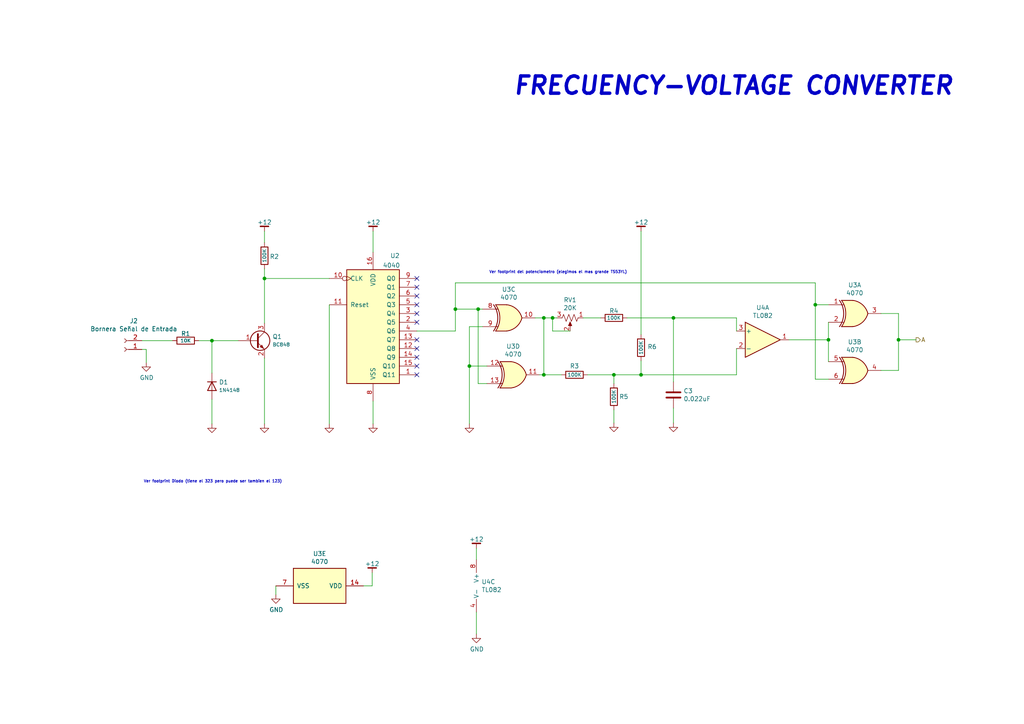
<source format=kicad_sch>
(kicad_sch (version 20211123) (generator eeschema)
  (paper "A4")
  (lib_symbols
    (symbol "4xxx:4040" (pin_names (offset 1.016))
      (property "Reference" "U" (at -7.62 16.51 0))
      (property "Value" "4xxx_4040" (at -7.62 -19.05 0))
      (symbol "4040_1_0"
        (pin output line (at 12.7 -15.24 180) (length 5.08) (name "Q11") (number "1"))
        (pin input inverted_clock (at -12.7 12.7 0) (length 5.08) (name "CLK") (number "10"))
        (pin input line (at -12.7 5.08 0) (length 5.08) (name "Reset") (number "11"))
        (pin output line (at 12.7 -7.62 180) (length 5.08) (name "Q8") (number "12"))
        (pin output line (at 12.7 -5.08 180) (length 5.08) (name "Q7") (number "13"))
        (pin output line (at 12.7 -10.16 180) (length 5.08) (name "Q9") (number "14"))
        (pin output line (at 12.7 -12.7 180) (length 5.08) (name "Q10") (number "15"))
        (pin power_in line (at 0 20.32 270) (length 5.08) (name "VDD") (number "16"))
        (pin output line (at 12.7 0 180) (length 5.08) (name "Q5") (number "2"))
        (pin output line (at 12.7 2.54 180) (length 5.08) (name "Q4") (number "3"))
        (pin output line (at 12.7 -2.54 180) (length 5.08) (name "Q6") (number "4"))
        (pin output line (at 12.7 5.08 180) (length 5.08) (name "Q3") (number "5"))
        (pin output line (at 12.7 7.62 180) (length 5.08) (name "Q2") (number "6"))
        (pin output line (at 12.7 10.16 180) (length 5.08) (name "Q1") (number "7"))
        (pin power_in line (at 0 -22.86 90) (length 5.08) (name "VSS") (number "8"))
        (pin output line (at 12.7 12.7 180) (length 5.08) (name "Q0") (number "9"))
      )
      (symbol "4040_1_1"
        (rectangle (start -7.62 15.24) (end 7.62 -17.78) (stroke (width 0.254)) (fill (type background)))
      )
    )
    (symbol "4xxx:4070" (pin_names (offset 1.016))
      (property "Reference" "U" (at 0 1.27 0))
      (property "Value" "4xxx_4070" (at 0 -1.27 0))
      (symbol "4070_1_0"
        (arc (start -4.4196 -3.81) (mid -3.2033 0) (end -4.4196 3.81) (stroke (width 0.254)))
        (arc (start -3.81 -3.81) (mid -2.589 0) (end -3.81 3.81) (stroke (width 0.254)))
        (arc (start -0.6096 -3.81) (mid 2.1855 -2.584) (end 3.81 0) (stroke (width 0.254)) (fill (type background)))
        (polyline (pts (xy -3.81 -3.81) (xy -0.635 -3.81)) (stroke (width 0.254)) (fill (type background)))
        (polyline (pts (xy -3.81 3.81) (xy -0.635 3.81)) (stroke (width 0.254)) (fill (type background)))
        (polyline (pts (xy -0.635 3.81) (xy -3.81 3.81) (xy -3.81 3.81) (xy -3.556 3.4036) (xy -3.0226 2.2606) (xy -2.6924 1.0414) (xy -2.6162 -0.254) (xy -2.7686 -1.4986) (xy -3.175 -2.7178) (xy -3.81 -3.81) (xy -3.81 -3.81) (xy -0.635 -3.81)) (stroke (width -25.4)) (fill (type background)))
        (arc (start 3.81 0) (mid 2.1928 2.5925) (end -0.6096 3.81) (stroke (width 0.254)) (fill (type background)))
        (pin input line (at -7.62 2.54 0) (length 4.445) (name "~") (number "1"))
        (pin input line (at -7.62 -2.54 0) (length 4.445) (name "~") (number "2"))
        (pin output line (at 7.62 0 180) (length 3.81) (name "~") (number "3"))
      )
      (symbol "4070_1_1"
        (polyline (pts (xy -3.81 -2.54) (xy -3.175 -2.54)) (stroke (width 0.1524)))
        (polyline (pts (xy -3.81 2.54) (xy -3.175 2.54)) (stroke (width 0.1524)))
      )
      (symbol "4070_2_0"
        (arc (start -4.4196 -3.81) (mid -3.2033 0) (end -4.4196 3.81) (stroke (width 0.254)))
        (arc (start -3.81 -3.81) (mid -2.589 0) (end -3.81 3.81) (stroke (width 0.254)))
        (arc (start -0.6096 -3.81) (mid 2.1855 -2.584) (end 3.81 0) (stroke (width 0.254)) (fill (type background)))
        (polyline (pts (xy -3.81 -3.81) (xy -0.635 -3.81)) (stroke (width 0.254)) (fill (type background)))
        (polyline (pts (xy -3.81 3.81) (xy -0.635 3.81)) (stroke (width 0.254)) (fill (type background)))
        (polyline (pts (xy -0.635 3.81) (xy -3.81 3.81) (xy -3.81 3.81) (xy -3.556 3.4036) (xy -3.0226 2.2606) (xy -2.6924 1.0414) (xy -2.6162 -0.254) (xy -2.7686 -1.4986) (xy -3.175 -2.7178) (xy -3.81 -3.81) (xy -3.81 -3.81) (xy -0.635 -3.81)) (stroke (width -25.4)) (fill (type background)))
        (arc (start 3.81 0) (mid 2.1928 2.5925) (end -0.6096 3.81) (stroke (width 0.254)) (fill (type background)))
        (pin output line (at 7.62 0 180) (length 3.81) (name "~") (number "4"))
        (pin input line (at -7.62 2.54 0) (length 4.445) (name "~") (number "5"))
        (pin input line (at -7.62 -2.54 0) (length 4.445) (name "~") (number "6"))
      )
      (symbol "4070_2_1"
        (polyline (pts (xy -3.81 -2.54) (xy -3.175 -2.54)) (stroke (width 0.1524)))
        (polyline (pts (xy -3.81 2.54) (xy -3.175 2.54)) (stroke (width 0.1524)))
      )
      (symbol "4070_3_0"
        (arc (start -4.4196 -3.81) (mid -3.2033 0) (end -4.4196 3.81) (stroke (width 0.254)))
        (arc (start -3.81 -3.81) (mid -2.589 0) (end -3.81 3.81) (stroke (width 0.254)))
        (arc (start -0.6096 -3.81) (mid 2.1855 -2.584) (end 3.81 0) (stroke (width 0.254)) (fill (type background)))
        (polyline (pts (xy -3.81 -3.81) (xy -0.635 -3.81)) (stroke (width 0.254)) (fill (type background)))
        (polyline (pts (xy -3.81 3.81) (xy -0.635 3.81)) (stroke (width 0.254)) (fill (type background)))
        (polyline (pts (xy -0.635 3.81) (xy -3.81 3.81) (xy -3.81 3.81) (xy -3.556 3.4036) (xy -3.0226 2.2606) (xy -2.6924 1.0414) (xy -2.6162 -0.254) (xy -2.7686 -1.4986) (xy -3.175 -2.7178) (xy -3.81 -3.81) (xy -3.81 -3.81) (xy -0.635 -3.81)) (stroke (width -25.4)) (fill (type background)))
        (arc (start 3.81 0) (mid 2.1928 2.5925) (end -0.6096 3.81) (stroke (width 0.254)) (fill (type background)))
        (pin output line (at 7.62 0 180) (length 3.81) (name "~") (number "10"))
        (pin input line (at -7.62 2.54 0) (length 4.445) (name "~") (number "8"))
        (pin input line (at -7.62 -2.54 0) (length 4.445) (name "~") (number "9"))
      )
      (symbol "4070_3_1"
        (polyline (pts (xy -3.81 -2.54) (xy -3.175 -2.54)) (stroke (width 0.1524)))
        (polyline (pts (xy -3.81 2.54) (xy -3.175 2.54)) (stroke (width 0.1524)))
      )
      (symbol "4070_4_0"
        (arc (start -4.4196 -3.81) (mid -3.2033 0) (end -4.4196 3.81) (stroke (width 0.254)))
        (arc (start -3.81 -3.81) (mid -2.589 0) (end -3.81 3.81) (stroke (width 0.254)))
        (arc (start -0.6096 -3.81) (mid 2.1855 -2.584) (end 3.81 0) (stroke (width 0.254)) (fill (type background)))
        (polyline (pts (xy -3.81 -3.81) (xy -0.635 -3.81)) (stroke (width 0.254)) (fill (type background)))
        (polyline (pts (xy -3.81 3.81) (xy -0.635 3.81)) (stroke (width 0.254)) (fill (type background)))
        (polyline (pts (xy -0.635 3.81) (xy -3.81 3.81) (xy -3.81 3.81) (xy -3.556 3.4036) (xy -3.0226 2.2606) (xy -2.6924 1.0414) (xy -2.6162 -0.254) (xy -2.7686 -1.4986) (xy -3.175 -2.7178) (xy -3.81 -3.81) (xy -3.81 -3.81) (xy -0.635 -3.81)) (stroke (width -25.4)) (fill (type background)))
        (arc (start 3.81 0) (mid 2.1928 2.5925) (end -0.6096 3.81) (stroke (width 0.254)) (fill (type background)))
        (pin output line (at 7.62 0 180) (length 3.81) (name "~") (number "11"))
        (pin input line (at -7.62 2.54 0) (length 4.445) (name "~") (number "12"))
        (pin input line (at -7.62 -2.54 0) (length 4.445) (name "~") (number "13"))
      )
      (symbol "4070_4_1"
        (polyline (pts (xy -3.81 -2.54) (xy -3.175 -2.54)) (stroke (width 0.1524)))
        (polyline (pts (xy -3.81 2.54) (xy -3.175 2.54)) (stroke (width 0.1524)))
      )
      (symbol "4070_5_0"
        (pin power_in line (at 0 12.7 270) (length 5.08) (name "VDD") (number "14"))
        (pin power_in line (at 0 -12.7 90) (length 5.08) (name "VSS") (number "7"))
      )
      (symbol "4070_5_1"
        (rectangle (start -5.08 7.62) (end 5.08 -7.62) (stroke (width 0.254)) (fill (type background)))
      )
    )
    (symbol "Amplifier_Operational:TL082" (pin_names (offset 0.127))
      (property "Reference" "U" (at 0 5.08 0))
      (property "Value" "Amplifier_Operational_TL082" (at 0 -5.08 0))
      (symbol "TL082_1_1"
        (polyline (pts (xy -5.08 5.08) (xy 5.08 0) (xy -5.08 -5.08) (xy -5.08 5.08)) (stroke (width 0.254)) (fill (type background)))
        (pin output line (at 7.62 0 180) (length 2.54) (name "~") (number "1"))
        (pin input line (at -7.62 -2.54 0) (length 2.54) (name "-") (number "2"))
        (pin input line (at -7.62 2.54 0) (length 2.54) (name "+") (number "3"))
      )
      (symbol "TL082_2_1"
        (polyline (pts (xy -5.08 5.08) (xy 5.08 0) (xy -5.08 -5.08) (xy -5.08 5.08)) (stroke (width 0.254)) (fill (type background)))
        (pin input line (at -7.62 2.54 0) (length 2.54) (name "+") (number "5"))
        (pin input line (at -7.62 -2.54 0) (length 2.54) (name "-") (number "6"))
        (pin output line (at 7.62 0 180) (length 2.54) (name "~") (number "7"))
      )
      (symbol "TL082_3_1"
        (pin power_in line (at -2.54 -7.62 90) (length 3.81) (name "V-") (number "4"))
        (pin power_in line (at -2.54 7.62 270) (length 3.81) (name "V+") (number "8"))
      )
    )
    (symbol "Connector:Conn_01x02_Female" (pin_names (offset 1.016) hide)
      (property "Reference" "J" (at 0 2.54 0))
      (property "Value" "Connector_Conn_01x02_Female" (at 0 -5.08 0))
      (symbol "Conn_01x02_Female_1_1"
        (arc (start 0 -2.032) (mid -0.508 -2.54) (end 0 -3.048) (stroke (width 0.1524)))
        (polyline (pts (xy -1.27 -2.54) (xy -0.508 -2.54)) (stroke (width 0.1524)))
        (polyline (pts (xy -1.27 0) (xy -0.508 0)) (stroke (width 0.1524)))
        (arc (start 0 0.508) (mid -0.508 0) (end 0 -0.508) (stroke (width 0.1524)))
        (pin passive line (at -5.08 0 0) (length 3.81) (name "Pin_1") (number "1"))
        (pin passive line (at -5.08 -2.54 0) (length 3.81) (name "Pin_2") (number "2"))
      )
    )
    (symbol "Device:C" (pin_numbers hide) (pin_names (offset 0.254))
      (property "Reference" "C" (at 0.635 2.54 0))
      (property "Value" "Device_C" (at 0.635 -2.54 0))
      (symbol "C_0_1"
        (polyline (pts (xy -2.032 -0.762) (xy 2.032 -0.762)) (stroke (width 0.508)))
        (polyline (pts (xy -2.032 0.762) (xy 2.032 0.762)) (stroke (width 0.508)))
      )
      (symbol "C_1_1"
        (pin passive line (at 0 3.81 270) (length 2.794) (name "~") (number "1"))
        (pin passive line (at 0 -3.81 90) (length 2.794) (name "~") (number "2"))
      )
    )
    (symbol "Device:R" (pin_numbers hide) (pin_names (offset 0))
      (property "Reference" "R" (at 2.032 0 90))
      (property "Value" "Device_R" (at 0 0 90))
      (symbol "R_0_1"
        (rectangle (start -1.016 -2.54) (end 1.016 2.54) (stroke (width 0.254)))
      )
      (symbol "R_1_1"
        (pin passive line (at 0 3.81 270) (length 1.27) (name "~") (number "1"))
        (pin passive line (at 0 -3.81 90) (length 1.27) (name "~") (number "2"))
      )
    )
    (symbol "Device:R_POT_US" (pin_names (offset 1.016) hide)
      (property "Reference" "RV" (at -4.445 0 90))
      (property "Value" "Device_R_POT_US" (at -2.54 0 90))
      (symbol "R_POT_US_0_1"
        (polyline (pts (xy 0 -2.286) (xy 0 -2.54)))
        (polyline (pts (xy 0 2.54) (xy 0 2.286)))
        (polyline (pts (xy 2.54 0) (xy 1.524 0)))
        (polyline (pts (xy 1.143 0) (xy 2.286 0.508) (xy 2.286 -0.508) (xy 1.143 0)) (fill (type outline)))
        (polyline (pts (xy 0 -0.762) (xy 1.016 -1.143) (xy 0 -1.524) (xy -1.016 -1.905) (xy 0 -2.286)))
        (polyline (pts (xy 0 0.762) (xy 1.016 0.381) (xy 0 0) (xy -1.016 -0.381) (xy 0 -0.762)))
        (polyline (pts (xy 0 2.286) (xy 1.016 1.905) (xy 0 1.524) (xy -1.016 1.143) (xy 0 0.762)))
      )
      (symbol "R_POT_US_1_1"
        (pin passive line (at 0 3.81 270) (length 1.27) (name "1") (number "1"))
        (pin passive line (at 3.81 0 180) (length 1.27) (name "2") (number "2"))
        (pin passive line (at 0 -3.81 90) (length 1.27) (name "3") (number "3"))
      )
    )
    (symbol "Diode:1N4148" (pin_numbers hide) (pin_names (offset 1.016) hide)
      (property "Reference" "D" (at 0 2.54 0))
      (property "Value" "Diode_1N4148" (at 0 -2.54 0))
      (symbol "1N4148_0_1"
        (polyline (pts (xy -1.27 1.27) (xy -1.27 -1.27)) (stroke (width 0.254)))
        (polyline (pts (xy 1.27 0) (xy -1.27 0)))
        (polyline (pts (xy 1.27 1.27) (xy 1.27 -1.27) (xy -1.27 0) (xy 1.27 1.27)) (stroke (width 0.254)))
      )
      (symbol "1N4148_1_1"
        (pin passive line (at -3.81 0 0) (length 2.54) (name "K") (number "1"))
        (pin passive line (at 3.81 0 180) (length 2.54) (name "A") (number "2"))
      )
    )
    (symbol "Transistor_BJT:BC848" (pin_names (offset 0) hide)
      (property "Reference" "Q" (at 5.08 1.905 0))
      (property "Value" "Transistor_BJT_BC848" (at 5.08 0 0))
      (symbol "BC848_0_1"
        (polyline (pts (xy 0.635 0.635) (xy 2.54 2.54)))
        (polyline (pts (xy 0.635 -0.635) (xy 2.54 -2.54) (xy 2.54 -2.54)))
        (polyline (pts (xy 0.635 1.905) (xy 0.635 -1.905) (xy 0.635 -1.905)) (stroke (width 0.508)))
        (polyline (pts (xy 1.27 -1.778) (xy 1.778 -1.27) (xy 2.286 -2.286) (xy 1.27 -1.778) (xy 1.27 -1.778)) (fill (type outline)))
        (circle (center 1.27 0) (radius 2.8194) (stroke (width 0.254)))
      )
      (symbol "BC848_1_1"
        (pin input line (at -5.08 0 0) (length 5.715) (name "B") (number "1"))
        (pin passive line (at 2.54 -5.08 90) (length 2.54) (name "E") (number "2"))
        (pin passive line (at 2.54 5.08 270) (length 2.54) (name "C") (number "3"))
      )
    )
    (symbol "power1:+12" (power) (pin_names (offset 0))
      (property "Value" "+12" (at 0 2.54 0))
      (symbol "+12_0_1"
        (polyline (pts (xy 0 0.762) (xy 0 0)))
        (polyline (pts (xy 0 1.27) (xy 0 0.762)))
        (polyline (pts (xy -1.27 1.524) (xy 1.27 1.524) (xy 1.27 1.27) (xy -1.27 1.27) (xy -1.27 1.524)) (fill (type outline)))
      )
      (symbol "+12_1_1"
        (pin power_in line (at 0 0 90) (length 0) hide (name "+12") (number "1"))
      )
    )
    (symbol "power:GND" (power) (pin_names (offset 0))
      (property "Value" "power_GND" (at 0 -3.81 0))
      (symbol "GND_0_1"
        (polyline (pts (xy 0 0) (xy 0 -1.27) (xy 1.27 -1.27) (xy 0 -2.54) (xy -1.27 -1.27) (xy 0 -1.27)))
      )
      (symbol "GND_1_1"
        (pin power_in line (at 0 0 270) (length 0) hide (name "GND") (number "1"))
      )
    )
  )
  (junction (at 260.604 98.552))
  (junction (at 157.734 92.202))
  (junction (at 138.684 89.662))
  (junction (at 157.734 108.712))
  (junction (at 61.468 98.806))
  (junction (at 236.474 88.392))
  (junction (at 76.708 80.772))
  (junction (at 132.08 89.662))
  (junction (at 195.326 92.202))
  (junction (at 136.144 106.172))
  (junction (at 185.928 108.712))
  (junction (at 160.274 92.202))
  (junction (at 240.284 98.552))
  (junction (at 178.054 108.712))
  (no_connect (at 120.904 108.712))
  (no_connect (at 120.904 106.172))
  (no_connect (at 120.904 90.932))
  (no_connect (at 120.904 93.472))
  (no_connect (at 120.904 101.092))
  (no_connect (at 120.904 88.392))
  (no_connect (at 120.904 83.312))
  (no_connect (at 120.904 80.772))
  (no_connect (at 120.904 98.552))
  (no_connect (at 120.904 85.852))
  (no_connect (at 120.904 103.632))
  (wire (pts (xy 236.474 82.042) (xy 236.474 88.392)))
  (wire (pts (xy 132.08 89.662) (xy 132.08 82.042)))
  (wire (pts (xy 132.08 82.042) (xy 236.474 82.042)))
  (wire (pts (xy 132.08 96.012) (xy 132.08 89.662)))
  (wire (pts (xy 169.164 92.202) (xy 174.244 92.202)))
  (wire (pts (xy 132.08 89.662) (xy 138.684 89.662)))
  (wire (pts (xy 76.708 80.772) (xy 76.708 93.726)))
  (wire (pts (xy 76.708 77.978) (xy 76.708 80.772)))
  (wire (pts (xy 136.144 94.742) (xy 136.144 106.172)))
  (wire (pts (xy 170.434 108.712) (xy 178.054 108.712)))
  (wire (pts (xy 260.604 98.552) (xy 260.604 107.442)))
  (wire (pts (xy 178.054 108.712) (xy 185.928 108.712)))
  (wire (pts (xy 185.928 108.712) (xy 213.614 108.712)))
  (wire (pts (xy 228.854 98.552) (xy 240.284 98.552)))
  (wire (pts (xy 185.928 104.648) (xy 185.928 108.712)))
  (wire (pts (xy 108.204 67.056) (xy 108.204 73.152)))
  (wire (pts (xy 195.326 92.202) (xy 213.614 92.202)))
  (wire (pts (xy 181.864 92.202) (xy 195.326 92.202)))
  (wire (pts (xy 213.614 101.092) (xy 213.614 108.712)))
  (wire (pts (xy 61.468 98.806) (xy 61.468 108.204)))
  (wire (pts (xy 107.95 169.926) (xy 107.95 166.116)))
  (wire (pts (xy 105.41 169.926) (xy 107.95 169.926)))
  (wire (pts (xy 138.684 89.662) (xy 139.954 89.662)))
  (wire (pts (xy 76.708 67.056) (xy 76.708 70.358)))
  (wire (pts (xy 41.148 98.806) (xy 50.038 98.806)))
  (wire (pts (xy 157.734 92.202) (xy 160.274 92.202)))
  (wire (pts (xy 138.684 89.662) (xy 138.684 111.252)))
  (wire (pts (xy 195.326 118.364) (xy 195.326 122.682)))
  (wire (pts (xy 80.01 172.466) (xy 80.01 169.926)))
  (wire (pts (xy 42.418 101.346) (xy 42.418 105.156)))
  (wire (pts (xy 95.504 88.392) (xy 95.504 122.936)))
  (wire (pts (xy 138.176 159.004) (xy 138.176 162.306)))
  (wire (pts (xy 260.604 90.932) (xy 260.604 98.552)))
  (wire (pts (xy 108.204 116.332) (xy 108.204 122.936)))
  (wire (pts (xy 165.354 96.012) (xy 160.274 96.012)))
  (wire (pts (xy 260.604 107.442) (xy 255.524 107.442)))
  (wire (pts (xy 236.474 109.982) (xy 240.284 109.982)))
  (wire (pts (xy 195.326 92.202) (xy 195.326 110.744)))
  (wire (pts (xy 41.148 101.346) (xy 42.418 101.346)))
  (wire (pts (xy 157.734 108.712) (xy 162.814 108.712)))
  (wire (pts (xy 61.468 115.824) (xy 61.468 122.936)))
  (wire (pts (xy 240.284 104.902) (xy 240.284 98.552)))
  (wire (pts (xy 57.658 98.806) (xy 61.468 98.806)))
  (wire (pts (xy 76.708 103.886) (xy 76.708 122.936)))
  (wire (pts (xy 138.684 111.252) (xy 141.224 111.252)))
  (wire (pts (xy 120.904 96.012) (xy 132.08 96.012)))
  (wire (pts (xy 240.284 88.392) (xy 236.474 88.392)))
  (wire (pts (xy 213.614 92.202) (xy 213.614 96.012)))
  (wire (pts (xy 157.734 92.202) (xy 157.734 108.712)))
  (wire (pts (xy 240.284 98.552) (xy 240.284 93.472)))
  (wire (pts (xy 155.194 92.202) (xy 157.734 92.202)))
  (wire (pts (xy 161.544 92.202) (xy 160.274 92.202)))
  (wire (pts (xy 265.684 98.552) (xy 260.604 98.552)))
  (wire (pts (xy 76.708 80.772) (xy 95.504 80.772)))
  (wire (pts (xy 69.088 98.806) (xy 61.468 98.806)))
  (wire (pts (xy 178.054 111.252) (xy 178.054 108.712)))
  (wire (pts (xy 136.144 94.742) (xy 139.954 94.742)))
  (wire (pts (xy 178.054 122.682) (xy 178.054 118.872)))
  (wire (pts (xy 160.274 96.012) (xy 160.274 92.202)))
  (wire (pts (xy 156.464 108.712) (xy 157.734 108.712)))
  (wire (pts (xy 141.224 106.172) (xy 136.144 106.172)))
  (wire (pts (xy 136.144 106.172) (xy 136.144 122.936)))
  (wire (pts (xy 185.928 67.056) (xy 185.928 97.028)))
  (wire (pts (xy 138.176 183.896) (xy 138.176 177.546)))
  (wire (pts (xy 255.524 90.932) (xy 260.604 90.932)))
  (wire (pts (xy 236.474 88.392) (xy 236.474 109.982)))
  (text "FRECUENCY-VOLTAGE CONVERTER\n" (at 148.59 27.94 0) (effects (font (size 5 5) (thickness 1) bold italic) (justify left bottom)))
  (text "Ver footprint del potenciometro (elegimos el mas grande TS53YL)" (at 141.859 79.502 0) (effects (font (size 0.7874 0.7874)) (justify left bottom)))
  (text "Ver footprint Diodo (tiene el 323 pero puede ser tambien el 123)" (at 41.656 140.208 0) (effects (font (size 0.7874 0.7874)) (justify left bottom)))
  (hierarchical_label "A" (shape output) (at 265.684 98.552 0))
  (symbol (lib_id "Device:R") (at 76.708 74.168 0) (unit 1)
    (property "Reference" "R2" (at 78.232 74.422 0) (effects (justify left)))
    (property "Value" "100K" (at 76.708 76.2 90) (effects (font (size 1.016 1.016)) (justify left)))
    (property "Footprint" "Resistor_SMD:R_0603_1608Metric_Pad0.98x0.95mm_HandSolder" (effects hide))
  )
  (symbol (lib_id "Transistor_BJT:BC848") (at 74.168 98.806 0) (unit 1)
    (property "Reference" "Q1" (at 79.0194 97.6376 0) (effects (justify left)))
    (property "Value" "BC848" (at 79.0194 99.949 0) (effects (font (size 1.016 1.016)) (justify left)))
    (property "Footprint" "Package_TO_SOT_SMD:SOT-23" (effects hide))
    (property "Datasheet" "http://www.infineon.com/dgdl/Infineon-BC847SERIES_BC848SERIES_BC849SERIES_BC850SERIES-DS-v01_01-en.pdf?fileId=db3a304314dca389011541d4630a1657" (effects hide))
  )
  (symbol (lib_id "Diode:1N4148") (at 61.468 112.014 270) (unit 1)
    (property "Reference" "D1" (at 63.5 110.8456 90) (effects (justify left)))
    (property "Value" "1N4148" (at 63.5 113.157 90) (effects (font (size 1.016 1.016)) (justify left)))
    (property "Footprint" "Diode_SMD:D_SOD-323" (effects hide))
    (property "Datasheet" "https://www.diodes.com/assets/Datasheets/1N4148WSF.pdf" (effects hide))
  )
  (symbol (lib_id "Device:R") (at 53.848 98.806 270) (unit 1)
    (property "Reference" "R1" (at 53.848 96.774 90))
    (property "Value" "10K" (at 53.848 98.806 90) (effects (font (size 1.016 1.016))))
    (property "Footprint" "Resistor_SMD:R_0603_1608Metric_Pad0.98x0.95mm_HandSolder" (effects hide))
  )
  (symbol (lib_id "power:GND") (at 61.468 122.936 0) (unit 1)
    (property "Reference" "#PWR0101" (effects hide))
    (property "Value" "GND" (effects hide))
  )
  (symbol (lib_id "power:GND") (at 76.708 122.936 0) (unit 1)
    (property "Reference" "#PWR0102" (effects hide))
    (property "Value" "GND" (effects hide))
  )
  (symbol (lib_id "4xxx:4040") (at 108.204 93.472 0) (unit 1)
    (property "Reference" "U2" (at 114.554 74.168 0))
    (property "Value" "4040" (at 113.538 76.962 0))
    (property "Footprint" "Package_SO:SOIC-16_3.9x9.9mm_P1.27mm" (effects hide))
    (property "Datasheet" "https://www.digikey.com/es/products/detail/texas-instruments/CD4040BM/1691010" (effects hide))
  )
  (symbol (lib_id "power:GND") (at 95.504 122.936 0) (unit 1)
    (property "Reference" "#PWR0103" (effects hide))
    (property "Value" "GND" (effects hide))
  )
  (symbol (lib_id "power:GND") (at 108.204 122.936 0) (unit 1)
    (property "Reference" "#PWR0104" (effects hide))
    (property "Value" "GND" (effects hide))
  )
  (symbol (lib_id "4xxx:4070") (at 247.904 90.932 0) (unit 1)
    (property "Reference" "U3" (at 247.904 82.677 0))
    (property "Value" "4070" (at 247.904 84.9884 0))
    (property "Footprint" "Package_SO:SOIC-14_3.9x8.7mm_P1.27mm" (effects hide))
    (property "Datasheet" "https://www.digikey.com/es/products/detail/texas-instruments/CD4070BMT/1691302" (effects hide))
  )
  (symbol (lib_id "4xxx:4070") (at 247.904 107.442 0) (unit 2)
    (property "Reference" "U3" (at 247.904 99.187 0))
    (property "Value" "4070" (at 247.904 101.4984 0))
    (property "Footprint" "Package_SO:SOIC-14_3.9x8.7mm_P1.27mm" (effects hide))
    (property "Datasheet" "https://www.digikey.com/es/products/detail/texas-instruments/CD4070BMT/1691302" (effects hide))
  )
  (symbol (lib_id "4xxx:4070") (at 147.574 92.202 0) (unit 3)
    (property "Reference" "U3" (at 147.574 83.947 0))
    (property "Value" "4070" (at 147.574 86.2584 0))
    (property "Footprint" "Package_SO:SOIC-14_3.9x8.7mm_P1.27mm" (effects hide))
    (property "Datasheet" "https://www.digikey.com/es/products/detail/texas-instruments/CD4070BMT/1691302" (effects hide))
  )
  (symbol (lib_id "4xxx:4070") (at 92.71 169.926 270) (unit 5)
    (property "Reference" "U3" (at 92.71 160.6042 90))
    (property "Value" "4070" (at 92.71 162.9156 90))
    (property "Footprint" "Package_SO:SOIC-14_3.9x8.7mm_P1.27mm" (effects hide))
    (property "Datasheet" "https://www.digikey.com/es/products/detail/texas-instruments/CD4070BMT/1691302" (effects hide))
  )
  (symbol (lib_id "Device:R") (at 166.624 108.712 270) (unit 1)
    (property "Reference" "R3" (at 166.624 106.172 90))
    (property "Value" "100K" (at 166.624 108.712 90) (effects (font (size 1.016 1.016))))
    (property "Footprint" "Resistor_SMD:R_0603_1608Metric_Pad0.98x0.95mm_HandSolder" (effects hide))
  )
  (symbol (lib_id "Device:R") (at 178.054 115.062 180) (unit 1)
    (property "Reference" "R5" (at 179.578 115.062 0) (effects (justify right)))
    (property "Value" "100K" (at 178.054 117.094 90) (effects (font (size 1.016 1.016)) (justify right)))
    (property "Footprint" "Resistor_SMD:R_0603_1608Metric_Pad0.98x0.95mm_HandSolder" (effects hide))
  )
  (symbol (lib_id "Device:R") (at 185.928 100.838 180) (unit 1)
    (property "Reference" "R6" (at 190.5 100.584 0) (effects (justify left)))
    (property "Value" "100K" (at 185.928 98.806 90) (effects (font (size 1.016 1.016)) (justify left)))
    (property "Footprint" "Resistor_SMD:R_0603_1608Metric_Pad0.98x0.95mm_HandSolder" (effects hide))
  )
  (symbol (lib_id "Device:R") (at 178.054 92.202 270) (unit 1)
    (property "Reference" "R4" (at 178.054 90.17 90))
    (property "Value" "100K" (at 178.054 92.202 90) (effects (font (size 1.016 1.016))))
    (property "Footprint" "Resistor_SMD:R_0603_1608Metric_Pad0.98x0.95mm_HandSolder" (effects hide))
  )
  (symbol (lib_id "Amplifier_Operational:TL082") (at 221.234 98.552 0) (unit 1)
    (property "Reference" "U4" (at 221.234 89.2302 0))
    (property "Value" "TL082" (at 221.234 91.5416 0))
    (property "Footprint" "Package_SO:SOIC-8-1EP_3.9x4.9mm_P1.27mm_EP2.29x3mm" (effects hide))
    (property "Datasheet" "http://www.ti.com/lit/ds/symlink/tl081.pdf" (effects hide))
  )
  (symbol (lib_id "Connector:Conn_01x02_Female") (at 36.068 101.346 180) (unit 1)
    (property "Reference" "J2" (at 38.8112 93.091 0))
    (property "Value" "Bornera Señal de Entrada" (at 38.8112 95.4024 0))
  )
  (symbol (lib_id "power:GND") (at 136.144 122.936 0) (unit 1)
    (property "Reference" "#PWR0105" (effects hide))
    (property "Value" "GND" (effects hide))
  )
  (symbol (lib_id "Device:R_POT_US") (at 165.354 92.202 270) (unit 1)
    (property "Reference" "RV1" (at 165.354 86.995 90))
    (property "Value" "20K" (at 165.354 89.3064 90))
    (property "Footprint" "Potentiometer_SMD:Potentiometer_Vishay_TS53YL_Vertical" (effects hide))
    (property "Datasheet" "https://www.vishay.com/docs/51008/ts53.pdf" (effects hide))
  )
  (symbol (lib_id "Device:C") (at 195.326 114.554 0) (unit 1)
    (property "Reference" "C3" (at 198.247 113.3856 0) (effects (justify left)))
    (property "Value" "0.022uF" (at 198.247 115.697 0) (effects (justify left)))
    (property "Footprint" "Capacitor_SMD:C_0603_1608Metric_Pad1.08x0.95mm_HandSolder" (effects hide))
  )
  (symbol (lib_id "4xxx:4070") (at 148.844 108.712 0) (unit 4)
    (property "Reference" "U3" (at 148.844 100.457 0))
    (property "Value" "4070" (at 148.844 102.7684 0))
    (property "Footprint" "Package_SO:SOIC-14_3.9x8.7mm_P1.27mm" (effects hide))
    (property "Datasheet" "https://www.digikey.com/es/products/detail/texas-instruments/CD4070BMT/1691302" (effects hide))
  )
  (symbol (lib_id "power:GND") (at 178.054 122.682 0) (unit 1)
    (property "Reference" "#PWR0107" (effects hide))
    (property "Value" "GND" (effects hide))
  )
  (symbol (lib_id "Amplifier_Operational:TL082") (at 140.716 169.926 0) (unit 3)
    (property "Reference" "U4" (at 139.6492 168.7576 0) (effects (justify left)))
    (property "Value" "TL082" (at 139.6492 171.069 0) (effects (justify left)))
    (property "Footprint" "Package_SO:SOIC-8-1EP_3.9x4.9mm_P1.27mm_EP2.29x3mm" (effects hide))
    (property "Datasheet" "http://www.ti.com/lit/ds/symlink/tl081.pdf" (effects hide))
  )
  (symbol (lib_id "power:GND") (at 138.176 183.896 0) (unit 1)
    (property "Reference" "#PWR0109" (effects hide))
    (property "Value" "GND" (at 138.303 188.2902 0))
  )
  (symbol (lib_id "power:GND") (at 80.01 172.466 0) (unit 1)
    (property "Reference" "#PWR0110" (effects hide))
    (property "Value" "GND" (at 80.137 176.8602 0))
  )
  (symbol (lib_id "power:GND") (at 42.418 105.156 0) (unit 1)
    (property "Reference" "#PWR0111" (effects hide))
    (property "Value" "GND" (at 42.545 109.5502 0))
  )
  (symbol (lib_id "power1:+12") (at 108.204 67.056 0) (unit 1)
    (property "Reference" "#PWR?" (effects hide))
    (property "Value" "+12" (at 108.204 64.4675 0))
  )
  (symbol (lib_id "power1:+12") (at 138.176 159.004 0) (unit 1)
    (property "Reference" "#PWR?" (effects hide))
    (property "Value" "+12" (at 138.176 156.4155 0))
  )
  (symbol (lib_id "power1:+12") (at 107.95 166.116 0) (unit 1)
    (property "Reference" "#PWR?" (effects hide))
    (property "Value" "+12" (at 107.95 163.5275 0))
  )
  (symbol (lib_id "power1:+12") (at 185.928 67.056 0) (unit 1)
    (property "Reference" "#PWR?" (effects hide))
    (property "Value" "+12" (at 185.928 64.4675 0))
  )
  (symbol (lib_id "power:GND") (at 195.326 122.682 0) (unit 1)
    (property "Reference" "#PWR?" (effects hide))
    (property "Value" "GND" (effects hide))
  )
  (symbol (lib_id "power1:+12") (at 76.708 67.056 0) (unit 1)
    (property "Reference" "#PWR?" (effects hide))
    (property "Value" "+12" (at 76.708 64.4675 0))
  )
)
</source>
